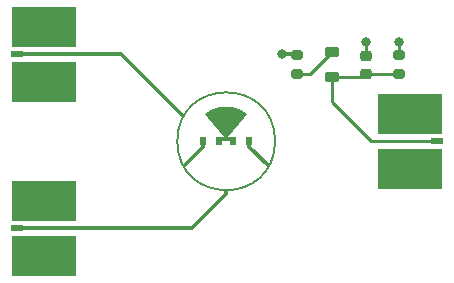
<source format=gbr>
%TF.GenerationSoftware,KiCad,Pcbnew,(6.0.2-0)*%
%TF.CreationDate,2022-03-21T23:10:47-05:00*%
%TF.ProjectId,EE515X_Project,45453531-3558-45f5-9072-6f6a6563742e,rev?*%
%TF.SameCoordinates,Original*%
%TF.FileFunction,Copper,L1,Top*%
%TF.FilePolarity,Positive*%
%FSLAX46Y46*%
G04 Gerber Fmt 4.6, Leading zero omitted, Abs format (unit mm)*
G04 Created by KiCad (PCBNEW (6.0.2-0)) date 2022-03-21 23:10:47*
%MOMM*%
%LPD*%
G01*
G04 APERTURE LIST*
G04 Aperture macros list*
%AMRoundRect*
0 Rectangle with rounded corners*
0 $1 Rounding radius*
0 $2 $3 $4 $5 $6 $7 $8 $9 X,Y pos of 4 corners*
0 Add a 4 corners polygon primitive as box body*
4,1,4,$2,$3,$4,$5,$6,$7,$8,$9,$2,$3,0*
0 Add four circle primitives for the rounded corners*
1,1,$1+$1,$2,$3*
1,1,$1+$1,$4,$5*
1,1,$1+$1,$6,$7*
1,1,$1+$1,$8,$9*
0 Add four rect primitives between the rounded corners*
20,1,$1+$1,$2,$3,$4,$5,0*
20,1,$1+$1,$4,$5,$6,$7,0*
20,1,$1+$1,$6,$7,$8,$9,0*
20,1,$1+$1,$8,$9,$2,$3,0*%
%AMFreePoly0*
4,1,24,0.194016,2.484503,0.387086,2.464210,0.578271,2.430499,0.766638,2.383534,0.951270,2.323543,1.131268,2.250819,1.305755,2.165716,1.473880,2.068649,1.634824,1.960091,1.787804,1.840570,0.171450,-0.085725,-0.171450,-0.085725,-1.787804,1.840570,-1.634824,1.960091,-1.473880,2.068649,-1.305755,2.165716,-1.131268,2.250819,-0.951270,2.323543,-0.766638,2.383534,-0.578271,2.430499,
-0.387086,2.464210,-0.194016,2.484503,0.000000,2.491278,0.194016,2.484503,0.194016,2.484503,$1*%
G04 Aperture macros list end*
%TA.AperFunction,EtchedComponent*%
%ADD10C,0.149860*%
%TD*%
%TA.AperFunction,SMDPad,CuDef*%
%ADD11R,1.016000X0.508000*%
%TD*%
%TA.AperFunction,ComponentPad*%
%ADD12C,0.762000*%
%TD*%
%TA.AperFunction,SMDPad,CuDef*%
%ADD13R,5.537200X3.449320*%
%TD*%
%TA.AperFunction,SMDPad,CuDef*%
%ADD14FreePoly0,0.000000*%
%TD*%
%TA.AperFunction,SMDPad,CuDef*%
%ADD15RoundRect,0.225000X0.250000X-0.225000X0.250000X0.225000X-0.250000X0.225000X-0.250000X-0.225000X0*%
%TD*%
%TA.AperFunction,SMDPad,CuDef*%
%ADD16R,0.600000X0.700000*%
%TD*%
%TA.AperFunction,SMDPad,CuDef*%
%ADD17C,0.149860*%
%TD*%
%TA.AperFunction,SMDPad,CuDef*%
%ADD18RoundRect,0.200000X-0.275000X0.200000X-0.275000X-0.200000X0.275000X-0.200000X0.275000X0.200000X0*%
%TD*%
%TA.AperFunction,SMDPad,CuDef*%
%ADD19RoundRect,0.218750X-0.381250X0.218750X-0.381250X-0.218750X0.381250X-0.218750X0.381250X0.218750X0*%
%TD*%
%TA.AperFunction,ViaPad*%
%ADD20C,0.800000*%
%TD*%
%TA.AperFunction,ViaPad*%
%ADD21C,0.508000*%
%TD*%
%TA.AperFunction,Conductor*%
%ADD22C,0.312420*%
%TD*%
%TA.AperFunction,Conductor*%
%ADD23C,0.254000*%
%TD*%
%TA.AperFunction,Conductor*%
%ADD24C,0.127000*%
%TD*%
%TA.AperFunction,Conductor*%
%ADD25C,0.200000*%
%TD*%
G04 APERTURE END LIST*
D10*
%TO.C,HY1*%
X100088700Y-104394000D02*
G75*
G03*
X100088700Y-104394000I-4140200J0D01*
G01*
%TD*%
D11*
%TO.P,J2,1,In*%
%TO.N,/RF*%
X78221688Y-111760000D03*
D12*
%TO.P,J2,2,Ext*%
%TO.N,GND*%
X82158688Y-112826800D03*
X82158688Y-110693200D03*
X80888688Y-110693200D03*
D13*
X80482288Y-114100610D03*
D12*
X79618688Y-110693200D03*
X78348688Y-110693200D03*
X78348688Y-112826800D03*
X80888688Y-112826800D03*
X79618688Y-112826800D03*
D13*
X80482288Y-109419390D03*
%TD*%
D11*
%TO.P,J1,1,In*%
%TO.N,/LO*%
X78232000Y-97028000D03*
D12*
%TO.P,J1,2,Ext*%
%TO.N,GND*%
X82169000Y-98094800D03*
X82169000Y-95961200D03*
X80899000Y-95961200D03*
D13*
X80492600Y-99368610D03*
D12*
X79629000Y-95961200D03*
X78359000Y-95961200D03*
X78359000Y-98094800D03*
X80899000Y-98094800D03*
X79629000Y-98094800D03*
D13*
X80492600Y-94687390D03*
%TD*%
D11*
%TO.P,J3,1,In*%
%TO.N,/IF_FILTERED*%
X113802312Y-104394000D03*
D12*
%TO.P,J3,2,Ext*%
%TO.N,GND*%
X109865312Y-103327200D03*
X109865312Y-105460800D03*
X111135312Y-105460800D03*
D13*
X111541712Y-102053390D03*
D12*
X112405312Y-105460800D03*
X113675312Y-105460800D03*
X113675312Y-103327200D03*
X111135312Y-103327200D03*
X112405312Y-103327200D03*
D13*
X111541712Y-106734610D03*
%TD*%
D14*
%TO.P,ST1,1*%
%TO.N,/IF_UNFILTERED*%
X95948500Y-103962200D03*
%TD*%
D15*
%TO.P,C1,1*%
%TO.N,/IF_FILTERED*%
X107823000Y-98692000D03*
%TO.P,C1,2*%
%TO.N,GND*%
X107823000Y-97142000D03*
%TD*%
D16*
%TO.P,D2,2,A*%
%TO.N,/IF_UNFILTERED*%
X96518500Y-104394000D03*
%TO.P,D2,1,K*%
%TO.N,/DIFF*%
X97918500Y-104394000D03*
%TD*%
D17*
%TO.P,HY1,4,Diff*%
%TO.N,/DIFF*%
X99534018Y-106464100D03*
%TO.P,HY1,3,In2*%
%TO.N,/RF*%
X95948500Y-108534200D03*
%TO.P,HY1,2,Sum*%
%TO.N,/SUM*%
X92362982Y-106464100D03*
%TO.P,HY1,1,In1*%
%TO.N,/LO*%
X92362982Y-102323900D03*
%TD*%
D18*
%TO.P,R1,1*%
%TO.N,/IF_UNFILTERED*%
X101985668Y-97092000D03*
%TO.P,R1,2*%
%TO.N,Net-(L1-Pad1)*%
X101985668Y-98742000D03*
%TD*%
%TO.P,R2,1*%
%TO.N,GND*%
X110621668Y-97092000D03*
%TO.P,R2,2*%
%TO.N,/IF_FILTERED*%
X110621668Y-98742000D03*
%TD*%
D16*
%TO.P,D1,2,A*%
%TO.N,/SUM*%
X93978500Y-104394000D03*
%TO.P,D1,1,K*%
%TO.N,/IF_UNFILTERED*%
X95378500Y-104394000D03*
%TD*%
D19*
%TO.P,L1,1,1*%
%TO.N,Net-(L1-Pad1)*%
X104904334Y-96854500D03*
%TO.P,L1,2,2*%
%TO.N,/IF_FILTERED*%
X104904334Y-98979500D03*
%TD*%
D20*
%TO.N,GND*%
X110621668Y-96012000D03*
X107827668Y-96012000D03*
%TO.N,/IF_UNFILTERED*%
X100711000Y-97028000D03*
D21*
X95935800Y-101727000D03*
%TD*%
D22*
%TO.N,/IF_UNFILTERED*%
X100711000Y-97028000D02*
X101921668Y-97028000D01*
X101921668Y-97028000D02*
X101985668Y-97092000D01*
D23*
%TO.N,/IF_FILTERED*%
X113675300Y-104394000D02*
X108204000Y-104394000D01*
X104904334Y-101094334D02*
X104904334Y-98979500D01*
X108204000Y-104394000D02*
X104904334Y-101094334D01*
D24*
%TO.N,/LO*%
X92294207Y-102264097D02*
X92303179Y-102264097D01*
X92303179Y-102264097D02*
X92362982Y-102323900D01*
D22*
X78232000Y-97028000D02*
X87058110Y-97028000D01*
X87058110Y-97028000D02*
X92294207Y-102264097D01*
D23*
%TO.N,/IF_FILTERED*%
X107873000Y-98742000D02*
X107823000Y-98692000D01*
X104904334Y-98979500D02*
X107535500Y-98979500D01*
X107535500Y-98979500D02*
X107823000Y-98692000D01*
X110621668Y-98742000D02*
X107873000Y-98742000D01*
%TO.N,GND*%
X107823000Y-96016668D02*
X107827668Y-96012000D01*
X110621668Y-97092000D02*
X110621668Y-96012000D01*
X107823000Y-97142000D02*
X107823000Y-96016668D01*
D22*
%TO.N,/IF_UNFILTERED*%
X95378500Y-104343351D02*
X95522720Y-104199131D01*
X95948500Y-103962200D02*
X95948500Y-104140000D01*
X95948500Y-104140000D02*
X96007631Y-104199131D01*
X96323631Y-104199131D02*
X96518500Y-104394000D01*
X96007631Y-104199131D02*
X96323631Y-104199131D01*
X96518500Y-104394000D02*
X96518500Y-104292634D01*
X95522720Y-104199131D02*
X96007631Y-104199131D01*
X95378500Y-104394000D02*
X95378500Y-104343351D01*
%TO.N,/SUM*%
X93978500Y-104870758D02*
X92432987Y-106416271D01*
D25*
X92432987Y-106416271D02*
X92410811Y-106416271D01*
D24*
X92410813Y-106416272D02*
X92362985Y-106464100D01*
D22*
X93978500Y-104394000D02*
X93978500Y-104870758D01*
%TO.N,/DIFF*%
X97918500Y-104873578D02*
X99464146Y-106419224D01*
X97918500Y-104394000D02*
X97918500Y-104873578D01*
D24*
X99489142Y-106419224D02*
X99534018Y-106464100D01*
X99464146Y-106419224D02*
X99489142Y-106419224D01*
%TO.N,/RF*%
X95948667Y-108534367D02*
X95948500Y-108534200D01*
D22*
X95948667Y-108902333D02*
X95948667Y-108616399D01*
D24*
X95948667Y-108616399D02*
X95948667Y-108534367D01*
D22*
X93091000Y-111760000D02*
X95948667Y-108902333D01*
X78221700Y-111760000D02*
X93091000Y-111760000D01*
D23*
%TO.N,Net-(L1-Pad1)*%
X103016834Y-98742000D02*
X104904334Y-96854500D01*
X101985668Y-98742000D02*
X103016834Y-98742000D01*
%TD*%
M02*

</source>
